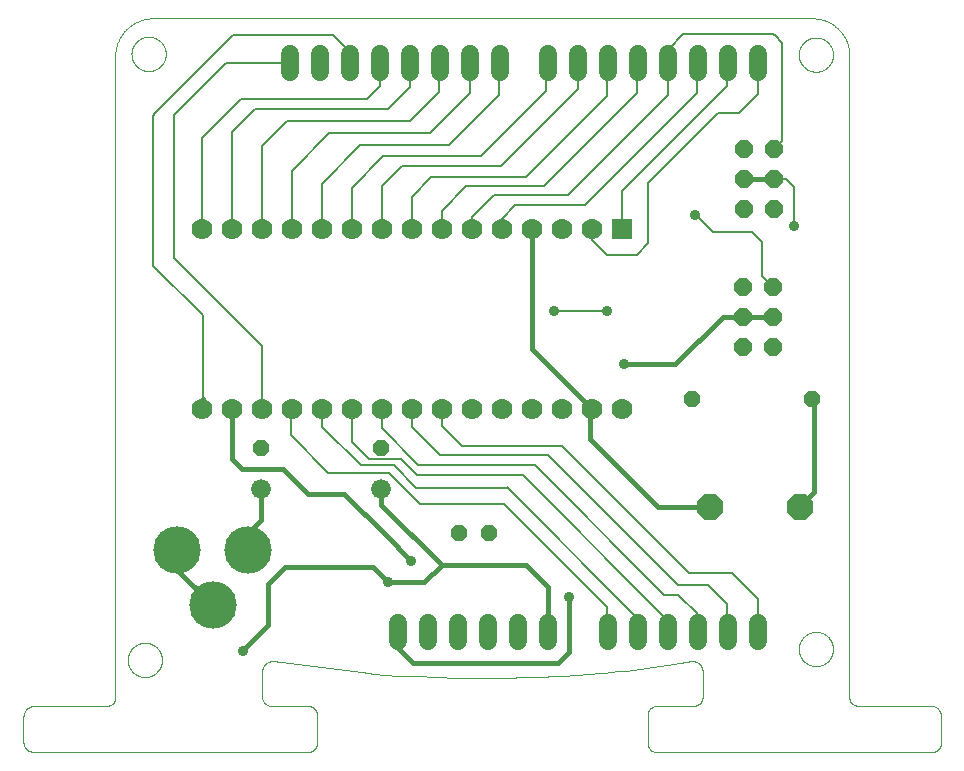
<source format=gbl>
G75*
%MOIN*%
%OFA0B0*%
%FSLAX25Y25*%
%IPPOS*%
%LPD*%
%AMOC8*
5,1,8,0,0,1.08239X$1,22.5*
%
%ADD10C,0.00000*%
%ADD11C,0.00300*%
%ADD12R,0.07000X0.07000*%
%ADD13C,0.07000*%
%ADD14C,0.06000*%
%ADD15OC8,0.05200*%
%ADD16OC8,0.08500*%
%ADD17C,0.15800*%
%ADD18C,0.06600*%
%ADD19OC8,0.06000*%
%ADD20C,0.00800*%
%ADD21C,0.01600*%
%ADD22C,0.03562*%
%ADD23C,0.01772*%
D10*
X0035911Y0031893D02*
X0035913Y0032044D01*
X0035919Y0032194D01*
X0035929Y0032345D01*
X0035943Y0032495D01*
X0035961Y0032644D01*
X0035982Y0032794D01*
X0036008Y0032942D01*
X0036038Y0033090D01*
X0036071Y0033237D01*
X0036109Y0033383D01*
X0036150Y0033528D01*
X0036195Y0033672D01*
X0036244Y0033814D01*
X0036297Y0033955D01*
X0036353Y0034095D01*
X0036413Y0034233D01*
X0036476Y0034370D01*
X0036544Y0034505D01*
X0036614Y0034638D01*
X0036688Y0034769D01*
X0036766Y0034898D01*
X0036847Y0035025D01*
X0036931Y0035150D01*
X0037019Y0035273D01*
X0037110Y0035393D01*
X0037204Y0035511D01*
X0037301Y0035626D01*
X0037401Y0035739D01*
X0037504Y0035849D01*
X0037610Y0035956D01*
X0037719Y0036061D01*
X0037830Y0036162D01*
X0037944Y0036261D01*
X0038060Y0036356D01*
X0038180Y0036449D01*
X0038301Y0036538D01*
X0038425Y0036624D01*
X0038551Y0036707D01*
X0038679Y0036786D01*
X0038809Y0036862D01*
X0038941Y0036935D01*
X0039075Y0037003D01*
X0039211Y0037069D01*
X0039349Y0037131D01*
X0039488Y0037189D01*
X0039628Y0037243D01*
X0039770Y0037294D01*
X0039913Y0037341D01*
X0040058Y0037384D01*
X0040203Y0037423D01*
X0040350Y0037459D01*
X0040497Y0037490D01*
X0040645Y0037518D01*
X0040794Y0037542D01*
X0040943Y0037562D01*
X0041093Y0037578D01*
X0041243Y0037590D01*
X0041394Y0037598D01*
X0041545Y0037602D01*
X0041695Y0037602D01*
X0041846Y0037598D01*
X0041997Y0037590D01*
X0042147Y0037578D01*
X0042297Y0037562D01*
X0042446Y0037542D01*
X0042595Y0037518D01*
X0042743Y0037490D01*
X0042890Y0037459D01*
X0043037Y0037423D01*
X0043182Y0037384D01*
X0043327Y0037341D01*
X0043470Y0037294D01*
X0043612Y0037243D01*
X0043752Y0037189D01*
X0043891Y0037131D01*
X0044029Y0037069D01*
X0044165Y0037003D01*
X0044299Y0036935D01*
X0044431Y0036862D01*
X0044561Y0036786D01*
X0044689Y0036707D01*
X0044815Y0036624D01*
X0044939Y0036538D01*
X0045060Y0036449D01*
X0045180Y0036356D01*
X0045296Y0036261D01*
X0045410Y0036162D01*
X0045521Y0036061D01*
X0045630Y0035956D01*
X0045736Y0035849D01*
X0045839Y0035739D01*
X0045939Y0035626D01*
X0046036Y0035511D01*
X0046130Y0035393D01*
X0046221Y0035273D01*
X0046309Y0035150D01*
X0046393Y0035025D01*
X0046474Y0034898D01*
X0046552Y0034769D01*
X0046626Y0034638D01*
X0046696Y0034505D01*
X0046764Y0034370D01*
X0046827Y0034233D01*
X0046887Y0034095D01*
X0046943Y0033955D01*
X0046996Y0033814D01*
X0047045Y0033672D01*
X0047090Y0033528D01*
X0047131Y0033383D01*
X0047169Y0033237D01*
X0047202Y0033090D01*
X0047232Y0032942D01*
X0047258Y0032794D01*
X0047279Y0032644D01*
X0047297Y0032495D01*
X0047311Y0032345D01*
X0047321Y0032194D01*
X0047327Y0032044D01*
X0047329Y0031893D01*
X0047327Y0031742D01*
X0047321Y0031592D01*
X0047311Y0031441D01*
X0047297Y0031291D01*
X0047279Y0031142D01*
X0047258Y0030992D01*
X0047232Y0030844D01*
X0047202Y0030696D01*
X0047169Y0030549D01*
X0047131Y0030403D01*
X0047090Y0030258D01*
X0047045Y0030114D01*
X0046996Y0029972D01*
X0046943Y0029831D01*
X0046887Y0029691D01*
X0046827Y0029553D01*
X0046764Y0029416D01*
X0046696Y0029281D01*
X0046626Y0029148D01*
X0046552Y0029017D01*
X0046474Y0028888D01*
X0046393Y0028761D01*
X0046309Y0028636D01*
X0046221Y0028513D01*
X0046130Y0028393D01*
X0046036Y0028275D01*
X0045939Y0028160D01*
X0045839Y0028047D01*
X0045736Y0027937D01*
X0045630Y0027830D01*
X0045521Y0027725D01*
X0045410Y0027624D01*
X0045296Y0027525D01*
X0045180Y0027430D01*
X0045060Y0027337D01*
X0044939Y0027248D01*
X0044815Y0027162D01*
X0044689Y0027079D01*
X0044561Y0027000D01*
X0044431Y0026924D01*
X0044299Y0026851D01*
X0044165Y0026783D01*
X0044029Y0026717D01*
X0043891Y0026655D01*
X0043752Y0026597D01*
X0043612Y0026543D01*
X0043470Y0026492D01*
X0043327Y0026445D01*
X0043182Y0026402D01*
X0043037Y0026363D01*
X0042890Y0026327D01*
X0042743Y0026296D01*
X0042595Y0026268D01*
X0042446Y0026244D01*
X0042297Y0026224D01*
X0042147Y0026208D01*
X0041997Y0026196D01*
X0041846Y0026188D01*
X0041695Y0026184D01*
X0041545Y0026184D01*
X0041394Y0026188D01*
X0041243Y0026196D01*
X0041093Y0026208D01*
X0040943Y0026224D01*
X0040794Y0026244D01*
X0040645Y0026268D01*
X0040497Y0026296D01*
X0040350Y0026327D01*
X0040203Y0026363D01*
X0040058Y0026402D01*
X0039913Y0026445D01*
X0039770Y0026492D01*
X0039628Y0026543D01*
X0039488Y0026597D01*
X0039349Y0026655D01*
X0039211Y0026717D01*
X0039075Y0026783D01*
X0038941Y0026851D01*
X0038809Y0026924D01*
X0038679Y0027000D01*
X0038551Y0027079D01*
X0038425Y0027162D01*
X0038301Y0027248D01*
X0038180Y0027337D01*
X0038060Y0027430D01*
X0037944Y0027525D01*
X0037830Y0027624D01*
X0037719Y0027725D01*
X0037610Y0027830D01*
X0037504Y0027937D01*
X0037401Y0028047D01*
X0037301Y0028160D01*
X0037204Y0028275D01*
X0037110Y0028393D01*
X0037019Y0028513D01*
X0036931Y0028636D01*
X0036847Y0028761D01*
X0036766Y0028888D01*
X0036688Y0029017D01*
X0036614Y0029148D01*
X0036544Y0029281D01*
X0036476Y0029416D01*
X0036413Y0029553D01*
X0036353Y0029691D01*
X0036297Y0029831D01*
X0036244Y0029972D01*
X0036195Y0030114D01*
X0036150Y0030258D01*
X0036109Y0030403D01*
X0036071Y0030549D01*
X0036038Y0030696D01*
X0036008Y0030844D01*
X0035982Y0030992D01*
X0035961Y0031142D01*
X0035943Y0031291D01*
X0035929Y0031441D01*
X0035919Y0031592D01*
X0035913Y0031742D01*
X0035911Y0031893D01*
X0259600Y0035535D02*
X0259602Y0035686D01*
X0259608Y0035836D01*
X0259618Y0035987D01*
X0259632Y0036137D01*
X0259650Y0036286D01*
X0259671Y0036436D01*
X0259697Y0036584D01*
X0259727Y0036732D01*
X0259760Y0036879D01*
X0259798Y0037025D01*
X0259839Y0037170D01*
X0259884Y0037314D01*
X0259933Y0037456D01*
X0259986Y0037597D01*
X0260042Y0037737D01*
X0260102Y0037875D01*
X0260165Y0038012D01*
X0260233Y0038147D01*
X0260303Y0038280D01*
X0260377Y0038411D01*
X0260455Y0038540D01*
X0260536Y0038667D01*
X0260620Y0038792D01*
X0260708Y0038915D01*
X0260799Y0039035D01*
X0260893Y0039153D01*
X0260990Y0039268D01*
X0261090Y0039381D01*
X0261193Y0039491D01*
X0261299Y0039598D01*
X0261408Y0039703D01*
X0261519Y0039804D01*
X0261633Y0039903D01*
X0261749Y0039998D01*
X0261869Y0040091D01*
X0261990Y0040180D01*
X0262114Y0040266D01*
X0262240Y0040349D01*
X0262368Y0040428D01*
X0262498Y0040504D01*
X0262630Y0040577D01*
X0262764Y0040645D01*
X0262900Y0040711D01*
X0263038Y0040773D01*
X0263177Y0040831D01*
X0263317Y0040885D01*
X0263459Y0040936D01*
X0263602Y0040983D01*
X0263747Y0041026D01*
X0263892Y0041065D01*
X0264039Y0041101D01*
X0264186Y0041132D01*
X0264334Y0041160D01*
X0264483Y0041184D01*
X0264632Y0041204D01*
X0264782Y0041220D01*
X0264932Y0041232D01*
X0265083Y0041240D01*
X0265234Y0041244D01*
X0265384Y0041244D01*
X0265535Y0041240D01*
X0265686Y0041232D01*
X0265836Y0041220D01*
X0265986Y0041204D01*
X0266135Y0041184D01*
X0266284Y0041160D01*
X0266432Y0041132D01*
X0266579Y0041101D01*
X0266726Y0041065D01*
X0266871Y0041026D01*
X0267016Y0040983D01*
X0267159Y0040936D01*
X0267301Y0040885D01*
X0267441Y0040831D01*
X0267580Y0040773D01*
X0267718Y0040711D01*
X0267854Y0040645D01*
X0267988Y0040577D01*
X0268120Y0040504D01*
X0268250Y0040428D01*
X0268378Y0040349D01*
X0268504Y0040266D01*
X0268628Y0040180D01*
X0268749Y0040091D01*
X0268869Y0039998D01*
X0268985Y0039903D01*
X0269099Y0039804D01*
X0269210Y0039703D01*
X0269319Y0039598D01*
X0269425Y0039491D01*
X0269528Y0039381D01*
X0269628Y0039268D01*
X0269725Y0039153D01*
X0269819Y0039035D01*
X0269910Y0038915D01*
X0269998Y0038792D01*
X0270082Y0038667D01*
X0270163Y0038540D01*
X0270241Y0038411D01*
X0270315Y0038280D01*
X0270385Y0038147D01*
X0270453Y0038012D01*
X0270516Y0037875D01*
X0270576Y0037737D01*
X0270632Y0037597D01*
X0270685Y0037456D01*
X0270734Y0037314D01*
X0270779Y0037170D01*
X0270820Y0037025D01*
X0270858Y0036879D01*
X0270891Y0036732D01*
X0270921Y0036584D01*
X0270947Y0036436D01*
X0270968Y0036286D01*
X0270986Y0036137D01*
X0271000Y0035987D01*
X0271010Y0035836D01*
X0271016Y0035686D01*
X0271018Y0035535D01*
X0271016Y0035384D01*
X0271010Y0035234D01*
X0271000Y0035083D01*
X0270986Y0034933D01*
X0270968Y0034784D01*
X0270947Y0034634D01*
X0270921Y0034486D01*
X0270891Y0034338D01*
X0270858Y0034191D01*
X0270820Y0034045D01*
X0270779Y0033900D01*
X0270734Y0033756D01*
X0270685Y0033614D01*
X0270632Y0033473D01*
X0270576Y0033333D01*
X0270516Y0033195D01*
X0270453Y0033058D01*
X0270385Y0032923D01*
X0270315Y0032790D01*
X0270241Y0032659D01*
X0270163Y0032530D01*
X0270082Y0032403D01*
X0269998Y0032278D01*
X0269910Y0032155D01*
X0269819Y0032035D01*
X0269725Y0031917D01*
X0269628Y0031802D01*
X0269528Y0031689D01*
X0269425Y0031579D01*
X0269319Y0031472D01*
X0269210Y0031367D01*
X0269099Y0031266D01*
X0268985Y0031167D01*
X0268869Y0031072D01*
X0268749Y0030979D01*
X0268628Y0030890D01*
X0268504Y0030804D01*
X0268378Y0030721D01*
X0268250Y0030642D01*
X0268120Y0030566D01*
X0267988Y0030493D01*
X0267854Y0030425D01*
X0267718Y0030359D01*
X0267580Y0030297D01*
X0267441Y0030239D01*
X0267301Y0030185D01*
X0267159Y0030134D01*
X0267016Y0030087D01*
X0266871Y0030044D01*
X0266726Y0030005D01*
X0266579Y0029969D01*
X0266432Y0029938D01*
X0266284Y0029910D01*
X0266135Y0029886D01*
X0265986Y0029866D01*
X0265836Y0029850D01*
X0265686Y0029838D01*
X0265535Y0029830D01*
X0265384Y0029826D01*
X0265234Y0029826D01*
X0265083Y0029830D01*
X0264932Y0029838D01*
X0264782Y0029850D01*
X0264632Y0029866D01*
X0264483Y0029886D01*
X0264334Y0029910D01*
X0264186Y0029938D01*
X0264039Y0029969D01*
X0263892Y0030005D01*
X0263747Y0030044D01*
X0263602Y0030087D01*
X0263459Y0030134D01*
X0263317Y0030185D01*
X0263177Y0030239D01*
X0263038Y0030297D01*
X0262900Y0030359D01*
X0262764Y0030425D01*
X0262630Y0030493D01*
X0262498Y0030566D01*
X0262368Y0030642D01*
X0262240Y0030721D01*
X0262114Y0030804D01*
X0261990Y0030890D01*
X0261869Y0030979D01*
X0261749Y0031072D01*
X0261633Y0031167D01*
X0261519Y0031266D01*
X0261408Y0031367D01*
X0261299Y0031472D01*
X0261193Y0031579D01*
X0261090Y0031689D01*
X0260990Y0031802D01*
X0260893Y0031917D01*
X0260799Y0032035D01*
X0260708Y0032155D01*
X0260620Y0032278D01*
X0260536Y0032403D01*
X0260455Y0032530D01*
X0260377Y0032659D01*
X0260303Y0032790D01*
X0260233Y0032923D01*
X0260165Y0033058D01*
X0260102Y0033195D01*
X0260042Y0033333D01*
X0259986Y0033473D01*
X0259933Y0033614D01*
X0259884Y0033756D01*
X0259839Y0033900D01*
X0259798Y0034045D01*
X0259760Y0034191D01*
X0259727Y0034338D01*
X0259697Y0034486D01*
X0259671Y0034634D01*
X0259650Y0034784D01*
X0259632Y0034933D01*
X0259618Y0035083D01*
X0259608Y0035234D01*
X0259602Y0035384D01*
X0259600Y0035535D01*
X0259600Y0233661D02*
X0259602Y0233812D01*
X0259608Y0233962D01*
X0259618Y0234113D01*
X0259632Y0234263D01*
X0259650Y0234412D01*
X0259671Y0234562D01*
X0259697Y0234710D01*
X0259727Y0234858D01*
X0259760Y0235005D01*
X0259798Y0235151D01*
X0259839Y0235296D01*
X0259884Y0235440D01*
X0259933Y0235582D01*
X0259986Y0235723D01*
X0260042Y0235863D01*
X0260102Y0236001D01*
X0260165Y0236138D01*
X0260233Y0236273D01*
X0260303Y0236406D01*
X0260377Y0236537D01*
X0260455Y0236666D01*
X0260536Y0236793D01*
X0260620Y0236918D01*
X0260708Y0237041D01*
X0260799Y0237161D01*
X0260893Y0237279D01*
X0260990Y0237394D01*
X0261090Y0237507D01*
X0261193Y0237617D01*
X0261299Y0237724D01*
X0261408Y0237829D01*
X0261519Y0237930D01*
X0261633Y0238029D01*
X0261749Y0238124D01*
X0261869Y0238217D01*
X0261990Y0238306D01*
X0262114Y0238392D01*
X0262240Y0238475D01*
X0262368Y0238554D01*
X0262498Y0238630D01*
X0262630Y0238703D01*
X0262764Y0238771D01*
X0262900Y0238837D01*
X0263038Y0238899D01*
X0263177Y0238957D01*
X0263317Y0239011D01*
X0263459Y0239062D01*
X0263602Y0239109D01*
X0263747Y0239152D01*
X0263892Y0239191D01*
X0264039Y0239227D01*
X0264186Y0239258D01*
X0264334Y0239286D01*
X0264483Y0239310D01*
X0264632Y0239330D01*
X0264782Y0239346D01*
X0264932Y0239358D01*
X0265083Y0239366D01*
X0265234Y0239370D01*
X0265384Y0239370D01*
X0265535Y0239366D01*
X0265686Y0239358D01*
X0265836Y0239346D01*
X0265986Y0239330D01*
X0266135Y0239310D01*
X0266284Y0239286D01*
X0266432Y0239258D01*
X0266579Y0239227D01*
X0266726Y0239191D01*
X0266871Y0239152D01*
X0267016Y0239109D01*
X0267159Y0239062D01*
X0267301Y0239011D01*
X0267441Y0238957D01*
X0267580Y0238899D01*
X0267718Y0238837D01*
X0267854Y0238771D01*
X0267988Y0238703D01*
X0268120Y0238630D01*
X0268250Y0238554D01*
X0268378Y0238475D01*
X0268504Y0238392D01*
X0268628Y0238306D01*
X0268749Y0238217D01*
X0268869Y0238124D01*
X0268985Y0238029D01*
X0269099Y0237930D01*
X0269210Y0237829D01*
X0269319Y0237724D01*
X0269425Y0237617D01*
X0269528Y0237507D01*
X0269628Y0237394D01*
X0269725Y0237279D01*
X0269819Y0237161D01*
X0269910Y0237041D01*
X0269998Y0236918D01*
X0270082Y0236793D01*
X0270163Y0236666D01*
X0270241Y0236537D01*
X0270315Y0236406D01*
X0270385Y0236273D01*
X0270453Y0236138D01*
X0270516Y0236001D01*
X0270576Y0235863D01*
X0270632Y0235723D01*
X0270685Y0235582D01*
X0270734Y0235440D01*
X0270779Y0235296D01*
X0270820Y0235151D01*
X0270858Y0235005D01*
X0270891Y0234858D01*
X0270921Y0234710D01*
X0270947Y0234562D01*
X0270968Y0234412D01*
X0270986Y0234263D01*
X0271000Y0234113D01*
X0271010Y0233962D01*
X0271016Y0233812D01*
X0271018Y0233661D01*
X0271016Y0233510D01*
X0271010Y0233360D01*
X0271000Y0233209D01*
X0270986Y0233059D01*
X0270968Y0232910D01*
X0270947Y0232760D01*
X0270921Y0232612D01*
X0270891Y0232464D01*
X0270858Y0232317D01*
X0270820Y0232171D01*
X0270779Y0232026D01*
X0270734Y0231882D01*
X0270685Y0231740D01*
X0270632Y0231599D01*
X0270576Y0231459D01*
X0270516Y0231321D01*
X0270453Y0231184D01*
X0270385Y0231049D01*
X0270315Y0230916D01*
X0270241Y0230785D01*
X0270163Y0230656D01*
X0270082Y0230529D01*
X0269998Y0230404D01*
X0269910Y0230281D01*
X0269819Y0230161D01*
X0269725Y0230043D01*
X0269628Y0229928D01*
X0269528Y0229815D01*
X0269425Y0229705D01*
X0269319Y0229598D01*
X0269210Y0229493D01*
X0269099Y0229392D01*
X0268985Y0229293D01*
X0268869Y0229198D01*
X0268749Y0229105D01*
X0268628Y0229016D01*
X0268504Y0228930D01*
X0268378Y0228847D01*
X0268250Y0228768D01*
X0268120Y0228692D01*
X0267988Y0228619D01*
X0267854Y0228551D01*
X0267718Y0228485D01*
X0267580Y0228423D01*
X0267441Y0228365D01*
X0267301Y0228311D01*
X0267159Y0228260D01*
X0267016Y0228213D01*
X0266871Y0228170D01*
X0266726Y0228131D01*
X0266579Y0228095D01*
X0266432Y0228064D01*
X0266284Y0228036D01*
X0266135Y0228012D01*
X0265986Y0227992D01*
X0265836Y0227976D01*
X0265686Y0227964D01*
X0265535Y0227956D01*
X0265384Y0227952D01*
X0265234Y0227952D01*
X0265083Y0227956D01*
X0264932Y0227964D01*
X0264782Y0227976D01*
X0264632Y0227992D01*
X0264483Y0228012D01*
X0264334Y0228036D01*
X0264186Y0228064D01*
X0264039Y0228095D01*
X0263892Y0228131D01*
X0263747Y0228170D01*
X0263602Y0228213D01*
X0263459Y0228260D01*
X0263317Y0228311D01*
X0263177Y0228365D01*
X0263038Y0228423D01*
X0262900Y0228485D01*
X0262764Y0228551D01*
X0262630Y0228619D01*
X0262498Y0228692D01*
X0262368Y0228768D01*
X0262240Y0228847D01*
X0262114Y0228930D01*
X0261990Y0229016D01*
X0261869Y0229105D01*
X0261749Y0229198D01*
X0261633Y0229293D01*
X0261519Y0229392D01*
X0261408Y0229493D01*
X0261299Y0229598D01*
X0261193Y0229705D01*
X0261090Y0229815D01*
X0260990Y0229928D01*
X0260893Y0230043D01*
X0260799Y0230161D01*
X0260708Y0230281D01*
X0260620Y0230404D01*
X0260536Y0230529D01*
X0260455Y0230656D01*
X0260377Y0230785D01*
X0260303Y0230916D01*
X0260233Y0231049D01*
X0260165Y0231184D01*
X0260102Y0231321D01*
X0260042Y0231459D01*
X0259986Y0231599D01*
X0259933Y0231740D01*
X0259884Y0231882D01*
X0259839Y0232026D01*
X0259798Y0232171D01*
X0259760Y0232317D01*
X0259727Y0232464D01*
X0259697Y0232612D01*
X0259671Y0232760D01*
X0259650Y0232910D01*
X0259632Y0233059D01*
X0259618Y0233209D01*
X0259608Y0233360D01*
X0259602Y0233510D01*
X0259600Y0233661D01*
X0037169Y0233893D02*
X0037171Y0234044D01*
X0037177Y0234194D01*
X0037187Y0234345D01*
X0037201Y0234495D01*
X0037219Y0234644D01*
X0037240Y0234794D01*
X0037266Y0234942D01*
X0037296Y0235090D01*
X0037329Y0235237D01*
X0037367Y0235383D01*
X0037408Y0235528D01*
X0037453Y0235672D01*
X0037502Y0235814D01*
X0037555Y0235955D01*
X0037611Y0236095D01*
X0037671Y0236233D01*
X0037734Y0236370D01*
X0037802Y0236505D01*
X0037872Y0236638D01*
X0037946Y0236769D01*
X0038024Y0236898D01*
X0038105Y0237025D01*
X0038189Y0237150D01*
X0038277Y0237273D01*
X0038368Y0237393D01*
X0038462Y0237511D01*
X0038559Y0237626D01*
X0038659Y0237739D01*
X0038762Y0237849D01*
X0038868Y0237956D01*
X0038977Y0238061D01*
X0039088Y0238162D01*
X0039202Y0238261D01*
X0039318Y0238356D01*
X0039438Y0238449D01*
X0039559Y0238538D01*
X0039683Y0238624D01*
X0039809Y0238707D01*
X0039937Y0238786D01*
X0040067Y0238862D01*
X0040199Y0238935D01*
X0040333Y0239003D01*
X0040469Y0239069D01*
X0040607Y0239131D01*
X0040746Y0239189D01*
X0040886Y0239243D01*
X0041028Y0239294D01*
X0041171Y0239341D01*
X0041316Y0239384D01*
X0041461Y0239423D01*
X0041608Y0239459D01*
X0041755Y0239490D01*
X0041903Y0239518D01*
X0042052Y0239542D01*
X0042201Y0239562D01*
X0042351Y0239578D01*
X0042501Y0239590D01*
X0042652Y0239598D01*
X0042803Y0239602D01*
X0042953Y0239602D01*
X0043104Y0239598D01*
X0043255Y0239590D01*
X0043405Y0239578D01*
X0043555Y0239562D01*
X0043704Y0239542D01*
X0043853Y0239518D01*
X0044001Y0239490D01*
X0044148Y0239459D01*
X0044295Y0239423D01*
X0044440Y0239384D01*
X0044585Y0239341D01*
X0044728Y0239294D01*
X0044870Y0239243D01*
X0045010Y0239189D01*
X0045149Y0239131D01*
X0045287Y0239069D01*
X0045423Y0239003D01*
X0045557Y0238935D01*
X0045689Y0238862D01*
X0045819Y0238786D01*
X0045947Y0238707D01*
X0046073Y0238624D01*
X0046197Y0238538D01*
X0046318Y0238449D01*
X0046438Y0238356D01*
X0046554Y0238261D01*
X0046668Y0238162D01*
X0046779Y0238061D01*
X0046888Y0237956D01*
X0046994Y0237849D01*
X0047097Y0237739D01*
X0047197Y0237626D01*
X0047294Y0237511D01*
X0047388Y0237393D01*
X0047479Y0237273D01*
X0047567Y0237150D01*
X0047651Y0237025D01*
X0047732Y0236898D01*
X0047810Y0236769D01*
X0047884Y0236638D01*
X0047954Y0236505D01*
X0048022Y0236370D01*
X0048085Y0236233D01*
X0048145Y0236095D01*
X0048201Y0235955D01*
X0048254Y0235814D01*
X0048303Y0235672D01*
X0048348Y0235528D01*
X0048389Y0235383D01*
X0048427Y0235237D01*
X0048460Y0235090D01*
X0048490Y0234942D01*
X0048516Y0234794D01*
X0048537Y0234644D01*
X0048555Y0234495D01*
X0048569Y0234345D01*
X0048579Y0234194D01*
X0048585Y0234044D01*
X0048587Y0233893D01*
X0048585Y0233742D01*
X0048579Y0233592D01*
X0048569Y0233441D01*
X0048555Y0233291D01*
X0048537Y0233142D01*
X0048516Y0232992D01*
X0048490Y0232844D01*
X0048460Y0232696D01*
X0048427Y0232549D01*
X0048389Y0232403D01*
X0048348Y0232258D01*
X0048303Y0232114D01*
X0048254Y0231972D01*
X0048201Y0231831D01*
X0048145Y0231691D01*
X0048085Y0231553D01*
X0048022Y0231416D01*
X0047954Y0231281D01*
X0047884Y0231148D01*
X0047810Y0231017D01*
X0047732Y0230888D01*
X0047651Y0230761D01*
X0047567Y0230636D01*
X0047479Y0230513D01*
X0047388Y0230393D01*
X0047294Y0230275D01*
X0047197Y0230160D01*
X0047097Y0230047D01*
X0046994Y0229937D01*
X0046888Y0229830D01*
X0046779Y0229725D01*
X0046668Y0229624D01*
X0046554Y0229525D01*
X0046438Y0229430D01*
X0046318Y0229337D01*
X0046197Y0229248D01*
X0046073Y0229162D01*
X0045947Y0229079D01*
X0045819Y0229000D01*
X0045689Y0228924D01*
X0045557Y0228851D01*
X0045423Y0228783D01*
X0045287Y0228717D01*
X0045149Y0228655D01*
X0045010Y0228597D01*
X0044870Y0228543D01*
X0044728Y0228492D01*
X0044585Y0228445D01*
X0044440Y0228402D01*
X0044295Y0228363D01*
X0044148Y0228327D01*
X0044001Y0228296D01*
X0043853Y0228268D01*
X0043704Y0228244D01*
X0043555Y0228224D01*
X0043405Y0228208D01*
X0043255Y0228196D01*
X0043104Y0228188D01*
X0042953Y0228184D01*
X0042803Y0228184D01*
X0042652Y0228188D01*
X0042501Y0228196D01*
X0042351Y0228208D01*
X0042201Y0228224D01*
X0042052Y0228244D01*
X0041903Y0228268D01*
X0041755Y0228296D01*
X0041608Y0228327D01*
X0041461Y0228363D01*
X0041316Y0228402D01*
X0041171Y0228445D01*
X0041028Y0228492D01*
X0040886Y0228543D01*
X0040746Y0228597D01*
X0040607Y0228655D01*
X0040469Y0228717D01*
X0040333Y0228783D01*
X0040199Y0228851D01*
X0040067Y0228924D01*
X0039937Y0229000D01*
X0039809Y0229079D01*
X0039683Y0229162D01*
X0039559Y0229248D01*
X0039438Y0229337D01*
X0039318Y0229430D01*
X0039202Y0229525D01*
X0039088Y0229624D01*
X0038977Y0229725D01*
X0038868Y0229830D01*
X0038762Y0229937D01*
X0038659Y0230047D01*
X0038559Y0230160D01*
X0038462Y0230275D01*
X0038368Y0230393D01*
X0038277Y0230513D01*
X0038189Y0230636D01*
X0038105Y0230761D01*
X0038024Y0230888D01*
X0037946Y0231017D01*
X0037872Y0231148D01*
X0037802Y0231281D01*
X0037734Y0231416D01*
X0037671Y0231553D01*
X0037611Y0231691D01*
X0037555Y0231831D01*
X0037502Y0231972D01*
X0037453Y0232114D01*
X0037408Y0232258D01*
X0037367Y0232403D01*
X0037329Y0232549D01*
X0037296Y0232696D01*
X0037266Y0232844D01*
X0037240Y0232992D01*
X0037219Y0233142D01*
X0037201Y0233291D01*
X0037187Y0233441D01*
X0037177Y0233592D01*
X0037171Y0233742D01*
X0037169Y0233893D01*
D11*
X0004425Y0001268D02*
X0096163Y0001268D01*
X0096267Y0001270D01*
X0096372Y0001276D01*
X0096476Y0001285D01*
X0096580Y0001298D01*
X0096683Y0001316D01*
X0096785Y0001336D01*
X0096887Y0001361D01*
X0096987Y0001389D01*
X0097087Y0001421D01*
X0097185Y0001457D01*
X0097282Y0001496D01*
X0097377Y0001539D01*
X0097471Y0001585D01*
X0097563Y0001634D01*
X0097653Y0001687D01*
X0097742Y0001743D01*
X0097828Y0001802D01*
X0097912Y0001865D01*
X0097993Y0001930D01*
X0098072Y0001998D01*
X0098149Y0002069D01*
X0098223Y0002143D01*
X0098294Y0002220D01*
X0098362Y0002299D01*
X0098427Y0002380D01*
X0098490Y0002464D01*
X0098549Y0002550D01*
X0098605Y0002639D01*
X0098658Y0002729D01*
X0098707Y0002821D01*
X0098753Y0002915D01*
X0098796Y0003010D01*
X0098835Y0003107D01*
X0098871Y0003205D01*
X0098903Y0003305D01*
X0098931Y0003405D01*
X0098956Y0003507D01*
X0098976Y0003609D01*
X0098994Y0003712D01*
X0099007Y0003816D01*
X0099016Y0003920D01*
X0099022Y0004025D01*
X0099024Y0004129D01*
X0099024Y0013457D01*
X0099022Y0013569D01*
X0099016Y0013680D01*
X0099006Y0013791D01*
X0098992Y0013902D01*
X0098974Y0014012D01*
X0098953Y0014121D01*
X0098927Y0014230D01*
X0098897Y0014338D01*
X0098864Y0014444D01*
X0098827Y0014549D01*
X0098786Y0014653D01*
X0098742Y0014756D01*
X0098693Y0014856D01*
X0098642Y0014955D01*
X0098586Y0015052D01*
X0098528Y0015147D01*
X0098466Y0015240D01*
X0098400Y0015330D01*
X0098332Y0015418D01*
X0098260Y0015504D01*
X0098186Y0015587D01*
X0098108Y0015667D01*
X0098028Y0015745D01*
X0097945Y0015819D01*
X0097859Y0015891D01*
X0097771Y0015959D01*
X0097681Y0016025D01*
X0097588Y0016087D01*
X0097493Y0016145D01*
X0097396Y0016201D01*
X0097297Y0016252D01*
X0097197Y0016301D01*
X0097094Y0016345D01*
X0096990Y0016386D01*
X0096885Y0016423D01*
X0096779Y0016456D01*
X0096671Y0016486D01*
X0096562Y0016512D01*
X0096453Y0016533D01*
X0096343Y0016551D01*
X0096232Y0016565D01*
X0096121Y0016575D01*
X0096010Y0016581D01*
X0095898Y0016583D01*
X0083792Y0016583D01*
X0083682Y0016585D01*
X0083573Y0016591D01*
X0083463Y0016601D01*
X0083354Y0016614D01*
X0083246Y0016632D01*
X0083138Y0016653D01*
X0083032Y0016679D01*
X0082926Y0016708D01*
X0082821Y0016740D01*
X0082717Y0016777D01*
X0082615Y0016817D01*
X0082515Y0016861D01*
X0082416Y0016908D01*
X0082318Y0016959D01*
X0082223Y0017013D01*
X0082130Y0017071D01*
X0082038Y0017132D01*
X0081949Y0017196D01*
X0081863Y0017264D01*
X0081778Y0017334D01*
X0081697Y0017407D01*
X0081618Y0017484D01*
X0081541Y0017563D01*
X0081468Y0017644D01*
X0081398Y0017729D01*
X0081330Y0017815D01*
X0081266Y0017904D01*
X0081205Y0017996D01*
X0081147Y0018089D01*
X0081093Y0018184D01*
X0081042Y0018282D01*
X0080995Y0018381D01*
X0080951Y0018481D01*
X0080911Y0018583D01*
X0080874Y0018687D01*
X0080842Y0018792D01*
X0080813Y0018898D01*
X0080787Y0019004D01*
X0080766Y0019112D01*
X0080748Y0019220D01*
X0080735Y0019329D01*
X0080725Y0019439D01*
X0080719Y0019548D01*
X0080717Y0019658D01*
X0080717Y0028000D01*
X0080719Y0028117D01*
X0080725Y0028234D01*
X0080735Y0028351D01*
X0080748Y0028467D01*
X0080766Y0028583D01*
X0080787Y0028698D01*
X0080812Y0028813D01*
X0080842Y0028926D01*
X0080874Y0029038D01*
X0080911Y0029150D01*
X0080951Y0029260D01*
X0080995Y0029368D01*
X0081043Y0029475D01*
X0081094Y0029581D01*
X0081148Y0029684D01*
X0081206Y0029786D01*
X0081268Y0029886D01*
X0081332Y0029984D01*
X0081400Y0030079D01*
X0081471Y0030172D01*
X0081545Y0030263D01*
X0081623Y0030351D01*
X0081703Y0030437D01*
X0081785Y0030519D01*
X0081871Y0030599D01*
X0081959Y0030677D01*
X0082050Y0030751D01*
X0082143Y0030822D01*
X0082238Y0030890D01*
X0082336Y0030954D01*
X0082436Y0031016D01*
X0082538Y0031074D01*
X0082641Y0031128D01*
X0082747Y0031179D01*
X0082854Y0031227D01*
X0082962Y0031271D01*
X0083072Y0031311D01*
X0083184Y0031348D01*
X0083296Y0031380D01*
X0083409Y0031410D01*
X0083524Y0031435D01*
X0083639Y0031456D01*
X0083755Y0031474D01*
X0083871Y0031487D01*
X0083988Y0031497D01*
X0084105Y0031503D01*
X0084222Y0031505D01*
X0084280Y0031493D02*
X0113867Y0027725D01*
X0134339Y0026387D02*
X0136585Y0026349D01*
X0138830Y0026257D01*
X0141072Y0026111D01*
X0160047Y0025914D02*
X0160463Y0025888D01*
X0160879Y0025870D01*
X0161296Y0025861D01*
X0161712Y0025861D01*
X0162129Y0025870D01*
X0162545Y0025888D01*
X0162961Y0025914D01*
X0160048Y0025914D02*
X0159340Y0025959D01*
X0158631Y0025988D01*
X0157922Y0026003D01*
X0157213Y0026001D01*
X0156504Y0025985D01*
X0155796Y0025953D01*
X0162961Y0025914D02*
X0164544Y0026014D01*
X0166128Y0026081D01*
X0167714Y0026113D01*
X0169300Y0026111D01*
X0177016Y0026387D02*
X0178380Y0026489D01*
X0179745Y0026568D01*
X0181111Y0026623D01*
X0201977Y0028355D02*
X0215835Y0030244D01*
X0224101Y0031504D02*
X0224216Y0031502D01*
X0224330Y0031496D01*
X0224444Y0031487D01*
X0224558Y0031473D01*
X0224671Y0031456D01*
X0224784Y0031435D01*
X0224895Y0031411D01*
X0225006Y0031382D01*
X0225116Y0031350D01*
X0225225Y0031314D01*
X0225333Y0031275D01*
X0225439Y0031232D01*
X0225544Y0031186D01*
X0225647Y0031136D01*
X0225748Y0031082D01*
X0225847Y0031026D01*
X0225945Y0030966D01*
X0226041Y0030902D01*
X0226134Y0030836D01*
X0226225Y0030767D01*
X0226314Y0030694D01*
X0226400Y0030619D01*
X0226483Y0030540D01*
X0226564Y0030459D01*
X0226643Y0030376D01*
X0226718Y0030290D01*
X0226791Y0030201D01*
X0226860Y0030110D01*
X0226926Y0030017D01*
X0226990Y0029921D01*
X0227050Y0029823D01*
X0227106Y0029724D01*
X0227160Y0029623D01*
X0227210Y0029520D01*
X0227256Y0029415D01*
X0227299Y0029309D01*
X0227338Y0029201D01*
X0227374Y0029092D01*
X0227406Y0028982D01*
X0227435Y0028871D01*
X0227459Y0028760D01*
X0227480Y0028647D01*
X0227497Y0028534D01*
X0227511Y0028420D01*
X0227520Y0028306D01*
X0227526Y0028192D01*
X0227528Y0028077D01*
X0227528Y0019513D01*
X0227526Y0019407D01*
X0227520Y0019302D01*
X0227511Y0019197D01*
X0227497Y0019092D01*
X0227480Y0018988D01*
X0227459Y0018885D01*
X0227434Y0018782D01*
X0227405Y0018680D01*
X0227373Y0018580D01*
X0227337Y0018481D01*
X0227298Y0018383D01*
X0227255Y0018286D01*
X0227208Y0018192D01*
X0227158Y0018099D01*
X0227105Y0018007D01*
X0227048Y0017918D01*
X0226988Y0017831D01*
X0226925Y0017747D01*
X0226859Y0017664D01*
X0226790Y0017584D01*
X0226719Y0017507D01*
X0226644Y0017432D01*
X0226567Y0017361D01*
X0226487Y0017292D01*
X0226404Y0017226D01*
X0226320Y0017163D01*
X0226233Y0017103D01*
X0226144Y0017046D01*
X0226052Y0016993D01*
X0225959Y0016943D01*
X0225865Y0016896D01*
X0225768Y0016853D01*
X0225670Y0016814D01*
X0225571Y0016778D01*
X0225471Y0016746D01*
X0225369Y0016717D01*
X0225266Y0016692D01*
X0225163Y0016671D01*
X0225059Y0016654D01*
X0224954Y0016640D01*
X0224849Y0016631D01*
X0224744Y0016625D01*
X0224638Y0016623D01*
X0224638Y0016622D02*
X0212410Y0016622D01*
X0212410Y0016623D02*
X0212297Y0016621D01*
X0212185Y0016615D01*
X0212072Y0016605D01*
X0211961Y0016592D01*
X0211849Y0016574D01*
X0211739Y0016552D01*
X0211629Y0016527D01*
X0211520Y0016498D01*
X0211412Y0016465D01*
X0211306Y0016428D01*
X0211200Y0016388D01*
X0211097Y0016344D01*
X0210994Y0016296D01*
X0210894Y0016245D01*
X0210796Y0016190D01*
X0210699Y0016132D01*
X0210604Y0016071D01*
X0210512Y0016006D01*
X0210422Y0015938D01*
X0210334Y0015868D01*
X0210249Y0015794D01*
X0210167Y0015717D01*
X0210087Y0015637D01*
X0210010Y0015555D01*
X0209936Y0015470D01*
X0209866Y0015382D01*
X0209798Y0015292D01*
X0209733Y0015200D01*
X0209672Y0015105D01*
X0209614Y0015008D01*
X0209559Y0014910D01*
X0209508Y0014810D01*
X0209460Y0014707D01*
X0209416Y0014604D01*
X0209376Y0014498D01*
X0209339Y0014392D01*
X0209306Y0014284D01*
X0209277Y0014175D01*
X0209252Y0014065D01*
X0209230Y0013955D01*
X0209212Y0013843D01*
X0209199Y0013732D01*
X0209189Y0013619D01*
X0209183Y0013507D01*
X0209181Y0013394D01*
X0209181Y0013355D01*
X0209181Y0013276D02*
X0209181Y0004216D01*
X0209182Y0004216D02*
X0209184Y0004107D01*
X0209190Y0003997D01*
X0209200Y0003888D01*
X0209213Y0003780D01*
X0209231Y0003672D01*
X0209252Y0003564D01*
X0209277Y0003458D01*
X0209306Y0003352D01*
X0209339Y0003248D01*
X0209375Y0003145D01*
X0209415Y0003043D01*
X0209459Y0002942D01*
X0209506Y0002844D01*
X0209557Y0002747D01*
X0209611Y0002652D01*
X0209669Y0002558D01*
X0209730Y0002467D01*
X0209794Y0002379D01*
X0209861Y0002292D01*
X0209931Y0002208D01*
X0210004Y0002127D01*
X0210080Y0002048D01*
X0210159Y0001972D01*
X0210240Y0001899D01*
X0210324Y0001829D01*
X0210411Y0001762D01*
X0210499Y0001698D01*
X0210590Y0001637D01*
X0210684Y0001579D01*
X0210779Y0001525D01*
X0210876Y0001474D01*
X0210974Y0001427D01*
X0211075Y0001383D01*
X0211177Y0001343D01*
X0211280Y0001307D01*
X0211384Y0001274D01*
X0211490Y0001245D01*
X0211596Y0001220D01*
X0211704Y0001199D01*
X0211812Y0001181D01*
X0211920Y0001168D01*
X0212029Y0001158D01*
X0212139Y0001152D01*
X0212248Y0001150D01*
X0303740Y0001150D01*
X0303853Y0001152D01*
X0303966Y0001158D01*
X0304079Y0001167D01*
X0304191Y0001181D01*
X0304303Y0001198D01*
X0304414Y0001219D01*
X0304525Y0001244D01*
X0304634Y0001273D01*
X0304743Y0001305D01*
X0304850Y0001341D01*
X0304956Y0001381D01*
X0305061Y0001424D01*
X0305164Y0001471D01*
X0305265Y0001522D01*
X0305365Y0001575D01*
X0305462Y0001633D01*
X0305558Y0001693D01*
X0305652Y0001757D01*
X0305743Y0001824D01*
X0305832Y0001894D01*
X0305919Y0001966D01*
X0306003Y0002042D01*
X0306084Y0002121D01*
X0306163Y0002202D01*
X0306239Y0002286D01*
X0306311Y0002373D01*
X0306381Y0002462D01*
X0306448Y0002553D01*
X0306512Y0002647D01*
X0306572Y0002743D01*
X0306630Y0002840D01*
X0306683Y0002940D01*
X0306734Y0003041D01*
X0306781Y0003144D01*
X0306824Y0003249D01*
X0306864Y0003355D01*
X0306900Y0003462D01*
X0306932Y0003571D01*
X0306961Y0003680D01*
X0306986Y0003791D01*
X0307007Y0003902D01*
X0307024Y0004014D01*
X0307038Y0004126D01*
X0307047Y0004239D01*
X0307053Y0004352D01*
X0307055Y0004465D01*
X0307056Y0004465D02*
X0307056Y0013087D01*
X0307054Y0013205D01*
X0307048Y0013323D01*
X0307038Y0013441D01*
X0307024Y0013558D01*
X0307007Y0013675D01*
X0306985Y0013791D01*
X0306960Y0013907D01*
X0306930Y0014021D01*
X0306897Y0014135D01*
X0306860Y0014247D01*
X0306820Y0014358D01*
X0306775Y0014467D01*
X0306727Y0014575D01*
X0306676Y0014682D01*
X0306621Y0014786D01*
X0306562Y0014889D01*
X0306500Y0014990D01*
X0306435Y0015088D01*
X0306367Y0015184D01*
X0306295Y0015278D01*
X0306220Y0015370D01*
X0306142Y0015459D01*
X0306062Y0015545D01*
X0305978Y0015629D01*
X0305892Y0015709D01*
X0305803Y0015787D01*
X0305711Y0015862D01*
X0305617Y0015934D01*
X0305521Y0016002D01*
X0305423Y0016067D01*
X0305322Y0016129D01*
X0305219Y0016188D01*
X0305115Y0016243D01*
X0305008Y0016294D01*
X0304900Y0016342D01*
X0304791Y0016387D01*
X0304680Y0016427D01*
X0304568Y0016464D01*
X0304454Y0016497D01*
X0304340Y0016527D01*
X0304224Y0016552D01*
X0304108Y0016574D01*
X0303991Y0016591D01*
X0303874Y0016605D01*
X0303756Y0016615D01*
X0303638Y0016621D01*
X0303520Y0016623D01*
X0303520Y0016622D02*
X0279273Y0016622D01*
X0279168Y0016624D01*
X0279063Y0016630D01*
X0278959Y0016640D01*
X0278854Y0016653D01*
X0278751Y0016671D01*
X0278648Y0016692D01*
X0278546Y0016718D01*
X0278445Y0016747D01*
X0278346Y0016780D01*
X0278247Y0016816D01*
X0278150Y0016856D01*
X0278055Y0016900D01*
X0277961Y0016947D01*
X0277869Y0016998D01*
X0277779Y0017052D01*
X0277691Y0017110D01*
X0277606Y0017171D01*
X0277522Y0017235D01*
X0277441Y0017302D01*
X0277363Y0017372D01*
X0277287Y0017444D01*
X0277215Y0017520D01*
X0277145Y0017598D01*
X0277078Y0017679D01*
X0277014Y0017763D01*
X0276953Y0017848D01*
X0276895Y0017936D01*
X0276841Y0018026D01*
X0276790Y0018118D01*
X0276743Y0018212D01*
X0276699Y0018307D01*
X0276659Y0018404D01*
X0276623Y0018503D01*
X0276590Y0018602D01*
X0276561Y0018703D01*
X0276535Y0018805D01*
X0276514Y0018908D01*
X0276496Y0019011D01*
X0276483Y0019116D01*
X0276473Y0019220D01*
X0276467Y0019325D01*
X0276465Y0019430D01*
X0276465Y0233385D01*
X0276461Y0233684D01*
X0276451Y0233983D01*
X0276433Y0234281D01*
X0276407Y0234579D01*
X0276375Y0234876D01*
X0276335Y0235172D01*
X0276288Y0235468D01*
X0276235Y0235762D01*
X0276174Y0236054D01*
X0276106Y0236346D01*
X0276030Y0236635D01*
X0275948Y0236922D01*
X0275860Y0237208D01*
X0275764Y0237491D01*
X0275661Y0237772D01*
X0275552Y0238050D01*
X0275436Y0238326D01*
X0275313Y0238598D01*
X0275184Y0238868D01*
X0275048Y0239134D01*
X0274906Y0239397D01*
X0274757Y0239657D01*
X0274603Y0239912D01*
X0274442Y0240164D01*
X0274275Y0240413D01*
X0274102Y0240656D01*
X0273924Y0240896D01*
X0273739Y0241132D01*
X0273549Y0241362D01*
X0273354Y0241588D01*
X0273153Y0241810D01*
X0272947Y0242026D01*
X0272735Y0242238D01*
X0272519Y0242444D01*
X0272297Y0242645D01*
X0272071Y0242840D01*
X0271841Y0243030D01*
X0271605Y0243215D01*
X0271365Y0243393D01*
X0271122Y0243566D01*
X0270873Y0243733D01*
X0270621Y0243894D01*
X0270366Y0244048D01*
X0270106Y0244197D01*
X0269843Y0244339D01*
X0269577Y0244475D01*
X0269307Y0244604D01*
X0269035Y0244727D01*
X0268759Y0244843D01*
X0268481Y0244952D01*
X0268200Y0245055D01*
X0267917Y0245151D01*
X0267631Y0245239D01*
X0267344Y0245321D01*
X0267055Y0245397D01*
X0266763Y0245465D01*
X0266471Y0245526D01*
X0266177Y0245579D01*
X0265881Y0245626D01*
X0265585Y0245666D01*
X0265288Y0245698D01*
X0264990Y0245724D01*
X0264692Y0245742D01*
X0264393Y0245752D01*
X0264094Y0245756D01*
X0044338Y0245756D01*
X0044338Y0245757D02*
X0044029Y0245753D01*
X0043721Y0245742D01*
X0043413Y0245723D01*
X0043106Y0245696D01*
X0042800Y0245662D01*
X0042494Y0245620D01*
X0042190Y0245571D01*
X0041887Y0245515D01*
X0041585Y0245451D01*
X0041285Y0245379D01*
X0040987Y0245301D01*
X0040691Y0245215D01*
X0040397Y0245122D01*
X0040105Y0245021D01*
X0039816Y0244914D01*
X0039530Y0244799D01*
X0039246Y0244678D01*
X0038966Y0244549D01*
X0038689Y0244414D01*
X0038415Y0244272D01*
X0038145Y0244123D01*
X0037879Y0243968D01*
X0037616Y0243806D01*
X0037358Y0243638D01*
X0037104Y0243463D01*
X0036854Y0243282D01*
X0036608Y0243096D01*
X0036368Y0242903D01*
X0036132Y0242704D01*
X0035901Y0242500D01*
X0035675Y0242290D01*
X0035454Y0242075D01*
X0035239Y0241854D01*
X0035029Y0241628D01*
X0034825Y0241397D01*
X0034626Y0241161D01*
X0034434Y0240920D01*
X0034247Y0240675D01*
X0034066Y0240425D01*
X0033892Y0240171D01*
X0033724Y0239912D01*
X0033562Y0239649D01*
X0033407Y0239383D01*
X0033258Y0239113D01*
X0033116Y0238839D01*
X0032981Y0238562D01*
X0032853Y0238282D01*
X0032731Y0237998D01*
X0032617Y0237712D01*
X0032509Y0237423D01*
X0032409Y0237131D01*
X0032316Y0236837D01*
X0032230Y0236541D01*
X0032151Y0236243D01*
X0032080Y0235943D01*
X0032016Y0235641D01*
X0031960Y0235338D01*
X0031911Y0235034D01*
X0031869Y0234728D01*
X0031835Y0234422D01*
X0031809Y0234114D01*
X0031790Y0233807D01*
X0031779Y0233498D01*
X0031775Y0233190D01*
X0031776Y0233190D02*
X0031702Y0019200D01*
X0031702Y0019201D02*
X0031700Y0019100D01*
X0031695Y0018999D01*
X0031685Y0018898D01*
X0031672Y0018799D01*
X0031654Y0018699D01*
X0031633Y0018601D01*
X0031608Y0018503D01*
X0031579Y0018406D01*
X0031546Y0018311D01*
X0031509Y0018217D01*
X0031469Y0018124D01*
X0031425Y0018033D01*
X0031378Y0017944D01*
X0031327Y0017857D01*
X0031273Y0017772D01*
X0031216Y0017689D01*
X0031155Y0017608D01*
X0031091Y0017530D01*
X0031025Y0017454D01*
X0030955Y0017381D01*
X0030882Y0017311D01*
X0030807Y0017244D01*
X0030729Y0017180D01*
X0030649Y0017119D01*
X0030567Y0017061D01*
X0030482Y0017006D01*
X0030395Y0016955D01*
X0030306Y0016907D01*
X0030215Y0016863D01*
X0030123Y0016822D01*
X0030029Y0016785D01*
X0029934Y0016751D01*
X0029838Y0016722D01*
X0029740Y0016696D01*
X0029642Y0016674D01*
X0029542Y0016656D01*
X0029442Y0016642D01*
X0029342Y0016632D01*
X0029241Y0016625D01*
X0029140Y0016623D01*
X0029140Y0016622D02*
X0004940Y0016622D01*
X0004940Y0016623D02*
X0004819Y0016621D01*
X0004697Y0016615D01*
X0004576Y0016605D01*
X0004455Y0016592D01*
X0004335Y0016574D01*
X0004216Y0016553D01*
X0004097Y0016528D01*
X0003979Y0016499D01*
X0003862Y0016466D01*
X0003746Y0016430D01*
X0003631Y0016390D01*
X0003518Y0016346D01*
X0003406Y0016299D01*
X0003296Y0016248D01*
X0003187Y0016193D01*
X0003080Y0016135D01*
X0002975Y0016074D01*
X0002872Y0016009D01*
X0002772Y0015941D01*
X0002673Y0015870D01*
X0002577Y0015796D01*
X0002483Y0015719D01*
X0002392Y0015639D01*
X0002303Y0015556D01*
X0002217Y0015470D01*
X0002134Y0015381D01*
X0002054Y0015290D01*
X0001977Y0015196D01*
X0001903Y0015100D01*
X0001832Y0015001D01*
X0001764Y0014901D01*
X0001699Y0014798D01*
X0001638Y0014693D01*
X0001580Y0014586D01*
X0001525Y0014477D01*
X0001474Y0014367D01*
X0001427Y0014255D01*
X0001383Y0014142D01*
X0001343Y0014027D01*
X0001307Y0013911D01*
X0001274Y0013794D01*
X0001245Y0013676D01*
X0001220Y0013557D01*
X0001199Y0013438D01*
X0001181Y0013318D01*
X0001168Y0013197D01*
X0001158Y0013076D01*
X0001152Y0012954D01*
X0001150Y0012833D01*
X0001150Y0004543D01*
X0001152Y0004431D01*
X0001158Y0004320D01*
X0001167Y0004208D01*
X0001181Y0004097D01*
X0001198Y0003987D01*
X0001218Y0003877D01*
X0001243Y0003768D01*
X0001271Y0003659D01*
X0001303Y0003552D01*
X0001339Y0003446D01*
X0001378Y0003342D01*
X0001421Y0003238D01*
X0001467Y0003136D01*
X0001517Y0003036D01*
X0001570Y0002938D01*
X0001627Y0002841D01*
X0001687Y0002747D01*
X0001749Y0002654D01*
X0001815Y0002564D01*
X0001885Y0002476D01*
X0001957Y0002391D01*
X0002032Y0002308D01*
X0002109Y0002227D01*
X0002190Y0002150D01*
X0002273Y0002075D01*
X0002358Y0002003D01*
X0002446Y0001933D01*
X0002536Y0001867D01*
X0002629Y0001805D01*
X0002723Y0001745D01*
X0002820Y0001688D01*
X0002918Y0001635D01*
X0003018Y0001585D01*
X0003120Y0001539D01*
X0003224Y0001496D01*
X0003328Y0001457D01*
X0003434Y0001421D01*
X0003541Y0001389D01*
X0003650Y0001361D01*
X0003759Y0001336D01*
X0003869Y0001316D01*
X0003979Y0001299D01*
X0004090Y0001285D01*
X0004202Y0001276D01*
X0004313Y0001270D01*
X0004425Y0001268D01*
X0169300Y0026111D02*
X0171231Y0026111D01*
X0173161Y0026156D01*
X0175090Y0026248D01*
X0177016Y0026387D01*
X0197685Y0027962D02*
X0198745Y0028090D01*
X0199808Y0028198D01*
X0200872Y0028286D01*
X0201937Y0028355D01*
X0155796Y0025953D02*
X0153342Y0025844D01*
X0150887Y0025788D01*
X0148431Y0025787D01*
X0145976Y0025841D01*
X0143522Y0025949D01*
X0141072Y0026111D01*
X0134339Y0026386D02*
X0130234Y0026455D01*
X0126132Y0026624D01*
X0122035Y0026892D01*
X0117946Y0027259D01*
X0113866Y0027724D01*
X0181110Y0026623D02*
X0185265Y0026805D01*
X0189414Y0027090D01*
X0193555Y0027475D01*
X0197685Y0027961D01*
X0215835Y0030244D02*
X0219993Y0030843D01*
X0224142Y0031504D01*
D12*
X0200561Y0175485D03*
D13*
X0190561Y0175485D03*
X0180561Y0175485D03*
X0170561Y0175485D03*
X0160561Y0175485D03*
X0150561Y0175485D03*
X0140561Y0175485D03*
X0130561Y0175485D03*
X0120561Y0175485D03*
X0110561Y0175485D03*
X0100561Y0175485D03*
X0090561Y0175485D03*
X0080561Y0175485D03*
X0070561Y0175485D03*
X0060561Y0175485D03*
X0060561Y0115485D03*
X0070561Y0115485D03*
X0080561Y0115485D03*
X0090561Y0115485D03*
X0100561Y0115485D03*
X0110561Y0115485D03*
X0120561Y0115485D03*
X0130561Y0115485D03*
X0140561Y0115485D03*
X0150561Y0115485D03*
X0160561Y0115485D03*
X0170561Y0115485D03*
X0180561Y0115485D03*
X0190561Y0115485D03*
X0200561Y0115485D03*
D14*
X0195867Y0044052D02*
X0195867Y0038052D01*
X0205867Y0038052D02*
X0205867Y0044052D01*
X0215867Y0044052D02*
X0215867Y0038052D01*
X0225867Y0038052D02*
X0225867Y0044052D01*
X0235867Y0044052D02*
X0235867Y0038052D01*
X0245867Y0038052D02*
X0245867Y0044052D01*
X0175867Y0044052D02*
X0175867Y0038052D01*
X0165867Y0038052D02*
X0165867Y0044052D01*
X0155867Y0044052D02*
X0155867Y0038052D01*
X0145867Y0038052D02*
X0145867Y0044052D01*
X0135867Y0044052D02*
X0135867Y0038052D01*
X0125867Y0038052D02*
X0125867Y0044052D01*
X0129882Y0228012D02*
X0129882Y0234012D01*
X0139882Y0234012D02*
X0139882Y0228012D01*
X0149882Y0228012D02*
X0149882Y0234012D01*
X0159882Y0234012D02*
X0159882Y0228012D01*
X0175867Y0228012D02*
X0175867Y0234012D01*
X0185867Y0234012D02*
X0185867Y0228012D01*
X0195867Y0228012D02*
X0195867Y0234012D01*
X0205867Y0234012D02*
X0205867Y0228012D01*
X0215867Y0228012D02*
X0215867Y0234012D01*
X0225867Y0234012D02*
X0225867Y0228012D01*
X0235867Y0228012D02*
X0235867Y0234012D01*
X0245867Y0234012D02*
X0245867Y0228012D01*
X0119882Y0228012D02*
X0119882Y0234012D01*
X0109882Y0234012D02*
X0109882Y0228012D01*
X0099882Y0228012D02*
X0099882Y0234012D01*
X0089882Y0234012D02*
X0089882Y0228012D01*
D15*
X0224126Y0118896D03*
X0264126Y0118896D03*
X0156201Y0074174D03*
X0146201Y0074174D03*
X0120377Y0102612D03*
X0080377Y0102612D03*
D16*
X0229984Y0082932D03*
X0259984Y0082932D03*
D17*
X0076056Y0068624D03*
X0064245Y0050120D03*
X0052434Y0068624D03*
D18*
X0080484Y0088900D03*
X0120484Y0088900D03*
D19*
X0241077Y0136191D03*
X0251077Y0136191D03*
X0251077Y0146191D03*
X0241077Y0146191D03*
X0241077Y0156191D03*
X0251077Y0156191D03*
X0251380Y0182238D03*
X0241380Y0182238D03*
X0241380Y0192238D03*
X0251380Y0192238D03*
X0251380Y0202238D03*
X0241380Y0202238D03*
D20*
X0251380Y0202238D02*
X0254170Y0205028D01*
X0254170Y0209709D01*
X0254134Y0209744D01*
X0254134Y0237665D01*
X0251525Y0240274D01*
X0250989Y0240496D02*
X0221130Y0240496D01*
X0216319Y0235685D01*
X0216024Y0230855D02*
X0216024Y0220166D01*
X0182674Y0186815D01*
X0157918Y0186815D01*
X0150561Y0179459D01*
X0150561Y0175485D01*
X0140561Y0175485D02*
X0140561Y0181644D01*
X0148780Y0189863D01*
X0174654Y0189863D01*
X0205792Y0221000D01*
X0205792Y0230937D01*
X0195835Y0230981D02*
X0195835Y0220012D01*
X0168603Y0192780D01*
X0136969Y0192780D01*
X0130561Y0186372D01*
X0130561Y0175485D01*
X0120561Y0175485D02*
X0120561Y0189896D01*
X0127284Y0196619D01*
X0160370Y0196619D01*
X0185961Y0222209D01*
X0185961Y0230918D01*
X0175359Y0230504D02*
X0175359Y0221477D01*
X0153607Y0199725D01*
X0121067Y0199725D01*
X0110561Y0189219D01*
X0110561Y0175485D01*
X0100561Y0175485D02*
X0100561Y0190569D01*
X0113390Y0203398D01*
X0143008Y0203398D01*
X0159819Y0220209D01*
X0159819Y0230949D01*
X0150134Y0230760D02*
X0150134Y0220949D01*
X0136607Y0207422D01*
X0103150Y0207422D01*
X0090561Y0194833D01*
X0090561Y0175485D01*
X0080561Y0175485D02*
X0080561Y0203112D01*
X0089075Y0211626D01*
X0130024Y0211626D01*
X0139713Y0221315D01*
X0139713Y0230843D01*
X0130024Y0230870D02*
X0130024Y0222957D01*
X0122713Y0215646D01*
X0078292Y0215646D01*
X0070561Y0207915D01*
X0070561Y0175485D01*
X0060561Y0175485D02*
X0060561Y0205963D01*
X0073536Y0218937D01*
X0115764Y0218937D01*
X0119969Y0223142D01*
X0119969Y0230926D01*
X0109961Y0234701D02*
X0104761Y0239901D01*
X0104508Y0240154D01*
X0103864Y0240273D02*
X0070862Y0240273D01*
X0045193Y0214603D01*
X0044461Y0212836D02*
X0044461Y0163213D01*
X0060910Y0146764D01*
X0060910Y0119032D01*
X0080561Y0115485D02*
X0080561Y0136593D01*
X0051437Y0165717D01*
X0051437Y0213615D01*
X0068815Y0230993D01*
X0089863Y0230993D01*
X0103864Y0240273D02*
X0103935Y0240271D01*
X0104006Y0240265D01*
X0104077Y0240255D01*
X0104146Y0240241D01*
X0104215Y0240223D01*
X0104283Y0240202D01*
X0104350Y0240176D01*
X0104415Y0240147D01*
X0104478Y0240115D01*
X0104539Y0240078D01*
X0104598Y0240039D01*
X0104655Y0239996D01*
X0104710Y0239950D01*
X0104761Y0239901D01*
X0045193Y0214604D02*
X0045125Y0214533D01*
X0045060Y0214460D01*
X0044998Y0214384D01*
X0044938Y0214305D01*
X0044882Y0214225D01*
X0044829Y0214142D01*
X0044780Y0214058D01*
X0044733Y0213971D01*
X0044691Y0213883D01*
X0044651Y0213793D01*
X0044616Y0213701D01*
X0044583Y0213609D01*
X0044555Y0213515D01*
X0044530Y0213420D01*
X0044509Y0213324D01*
X0044492Y0213227D01*
X0044478Y0213130D01*
X0044469Y0213032D01*
X0044463Y0212934D01*
X0044461Y0212836D01*
X0160561Y0179018D02*
X0160561Y0175485D01*
X0160561Y0179018D02*
X0164930Y0183386D01*
X0188189Y0183386D01*
X0225823Y0221020D01*
X0225823Y0230969D01*
X0235563Y0230709D02*
X0235563Y0223300D01*
X0200561Y0188297D01*
X0200561Y0175485D01*
X0205622Y0166973D02*
X0209426Y0170776D01*
X0209426Y0190945D01*
X0232646Y0214166D01*
X0239622Y0214166D01*
X0245965Y0220508D01*
X0245965Y0230914D01*
X0250989Y0240497D02*
X0251043Y0240495D01*
X0251097Y0240489D01*
X0251150Y0240480D01*
X0251203Y0240466D01*
X0251254Y0240449D01*
X0251304Y0240428D01*
X0251353Y0240404D01*
X0251399Y0240377D01*
X0251444Y0240346D01*
X0251486Y0240312D01*
X0251526Y0240275D01*
X0251380Y0192238D02*
X0255252Y0192238D01*
X0257863Y0189628D01*
X0257863Y0176556D01*
X0247307Y0171367D02*
X0247307Y0159961D01*
X0251077Y0156191D01*
X0247307Y0171367D02*
X0244115Y0174559D01*
X0230890Y0174559D01*
X0225201Y0180248D01*
X0225146Y0180248D01*
X0205622Y0166973D02*
X0195599Y0166973D01*
X0190561Y0172011D01*
X0190561Y0175485D01*
X0195698Y0148078D02*
X0177911Y0148078D01*
X0140561Y0115485D02*
X0140561Y0109902D01*
X0147272Y0103191D01*
X0180611Y0103191D01*
X0208549Y0075253D01*
X0208549Y0075207D01*
X0223030Y0060726D01*
X0237418Y0060726D01*
X0245846Y0052298D01*
X0245846Y0041072D01*
X0245867Y0041052D01*
X0235867Y0041052D02*
X0235788Y0041130D01*
X0235788Y0050575D01*
X0229456Y0056907D01*
X0219352Y0056907D01*
X0175908Y0100351D01*
X0139915Y0100351D01*
X0130561Y0109705D01*
X0130561Y0115485D01*
X0120561Y0115485D02*
X0120561Y0109042D01*
X0132838Y0096765D01*
X0171532Y0096765D01*
X0214602Y0053695D01*
X0219352Y0053695D01*
X0225871Y0047176D01*
X0225871Y0041056D01*
X0225867Y0041052D01*
X0215867Y0041052D02*
X0214789Y0042130D01*
X0214789Y0046245D01*
X0167574Y0093459D01*
X0132232Y0093459D01*
X0126878Y0098814D01*
X0116494Y0098814D01*
X0110701Y0104608D01*
X0110561Y0104608D01*
X0110561Y0115485D01*
X0100561Y0115485D02*
X0100561Y0109672D01*
X0113514Y0096719D01*
X0124689Y0096719D01*
X0132046Y0089362D01*
X0162219Y0089362D01*
X0162266Y0089408D01*
X0205476Y0046198D01*
X0205476Y0041442D01*
X0205867Y0041052D01*
X0195867Y0041052D02*
X0195651Y0041267D01*
X0195651Y0049644D01*
X0161497Y0083798D01*
X0161381Y0083914D01*
X0161334Y0083961D01*
X0133396Y0083961D01*
X0123059Y0094298D01*
X0102805Y0094298D01*
X0090233Y0106870D01*
X0090233Y0113249D01*
X0090372Y0113388D01*
X0090372Y0114692D01*
X0090561Y0114503D01*
X0090561Y0113945D01*
X0090561Y0114503D02*
X0090561Y0115485D01*
D21*
X0070561Y0115485D02*
X0070561Y0099038D01*
X0074083Y0095516D01*
X0087756Y0095516D01*
X0095953Y0087319D01*
X0108087Y0087319D01*
X0121563Y0073843D01*
X0121579Y0073843D01*
X0130504Y0064918D01*
X0134819Y0057713D02*
X0122831Y0057713D01*
X0117559Y0062985D01*
X0088500Y0062985D01*
X0082685Y0057170D01*
X0082685Y0043500D01*
X0074241Y0035056D01*
X0074241Y0034898D01*
X0064245Y0050120D02*
X0052434Y0061931D01*
X0052434Y0068624D01*
X0076056Y0068624D02*
X0076056Y0074115D01*
X0080454Y0078513D01*
X0080454Y0088870D01*
X0080484Y0088900D01*
X0060561Y0115485D02*
X0060561Y0118683D01*
X0060910Y0119032D01*
X0120484Y0088900D02*
X0120484Y0083537D01*
X0140563Y0063457D01*
X0134819Y0057713D01*
X0140563Y0063457D02*
X0168552Y0063457D01*
X0175867Y0056142D01*
X0175867Y0041052D01*
X0212623Y0082932D02*
X0190122Y0105432D01*
X0190122Y0115047D01*
X0190561Y0115485D01*
X0170561Y0135485D01*
X0170561Y0175485D01*
X0201500Y0130603D02*
X0218500Y0130603D01*
X0234197Y0146300D01*
X0240969Y0146300D01*
X0241077Y0146191D01*
X0251077Y0146191D01*
X0264126Y0118896D02*
X0264132Y0118896D01*
X0264797Y0118231D01*
X0264797Y0087745D01*
X0259984Y0082932D01*
X0229984Y0082932D02*
X0212623Y0082932D01*
X0241380Y0192238D02*
X0251380Y0192238D01*
X0245965Y0230914D02*
X0245867Y0231012D01*
X0235867Y0231012D02*
X0235563Y0230709D01*
X0225867Y0231012D02*
X0225823Y0230969D01*
X0216319Y0231465D02*
X0215867Y0231012D01*
X0216024Y0230855D01*
X0216319Y0231465D02*
X0216319Y0235685D01*
X0205867Y0231012D02*
X0205792Y0230937D01*
X0195867Y0231012D02*
X0195835Y0230981D01*
X0185961Y0230918D02*
X0185867Y0231012D01*
X0175867Y0231012D02*
X0175359Y0230504D01*
X0159882Y0231012D02*
X0159819Y0230949D01*
X0150134Y0230760D02*
X0149882Y0231012D01*
X0139882Y0231012D02*
X0139713Y0230843D01*
X0130024Y0230870D02*
X0129882Y0231012D01*
X0119969Y0230926D02*
X0119882Y0231012D01*
X0109961Y0231091D02*
X0109882Y0231012D01*
X0109961Y0231091D02*
X0109961Y0234701D01*
X0089882Y0231012D02*
X0089863Y0230993D01*
D22*
X0177911Y0148078D03*
X0195698Y0148078D03*
X0201500Y0130603D03*
X0257863Y0176556D03*
X0225146Y0180248D03*
X0130504Y0064918D03*
X0122831Y0057713D03*
X0074241Y0034898D03*
X0183119Y0052898D03*
D23*
X0183119Y0034634D01*
X0179493Y0031008D01*
X0130894Y0031008D01*
X0125819Y0036083D01*
X0125819Y0041004D01*
X0125867Y0041052D01*
M02*

</source>
